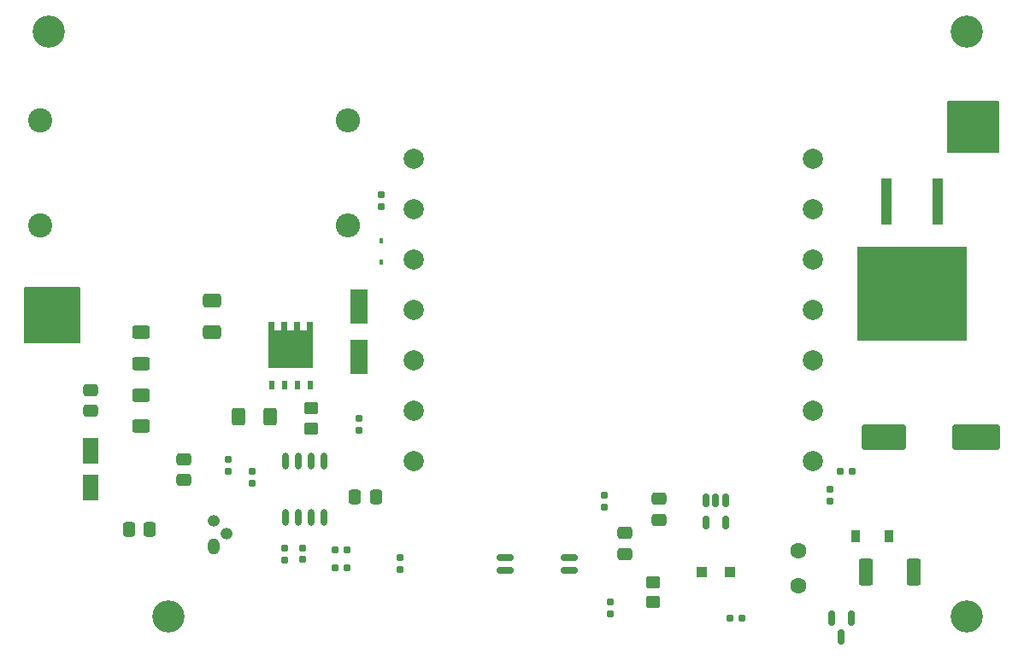
<source format=gbr>
%TF.GenerationSoftware,KiCad,Pcbnew,(6.0.9)*%
%TF.CreationDate,2023-06-16T09:03:50+03:00*%
%TF.ProjectId,pcb-design,7063622d-6465-4736-9967-6e2e6b696361,rev?*%
%TF.SameCoordinates,Original*%
%TF.FileFunction,Soldermask,Top*%
%TF.FilePolarity,Negative*%
%FSLAX46Y46*%
G04 Gerber Fmt 4.6, Leading zero omitted, Abs format (unit mm)*
G04 Created by KiCad (PCBNEW (6.0.9)) date 2023-06-16 09:03:50*
%MOMM*%
%LPD*%
G01*
G04 APERTURE LIST*
G04 Aperture macros list*
%AMRoundRect*
0 Rectangle with rounded corners*
0 $1 Rounding radius*
0 $2 $3 $4 $5 $6 $7 $8 $9 X,Y pos of 4 corners*
0 Add a 4 corners polygon primitive as box body*
4,1,4,$2,$3,$4,$5,$6,$7,$8,$9,$2,$3,0*
0 Add four circle primitives for the rounded corners*
1,1,$1+$1,$2,$3*
1,1,$1+$1,$4,$5*
1,1,$1+$1,$6,$7*
1,1,$1+$1,$8,$9*
0 Add four rect primitives between the rounded corners*
20,1,$1+$1,$2,$3,$4,$5,0*
20,1,$1+$1,$4,$5,$6,$7,0*
20,1,$1+$1,$6,$7,$8,$9,0*
20,1,$1+$1,$8,$9,$2,$3,0*%
%AMFreePoly0*
4,1,17,2.675000,1.605000,1.875000,1.605000,1.875000,0.935000,2.675000,0.935000,2.675000,0.335000,1.875000,0.335000,1.875000,-0.335000,2.675000,-0.335000,2.675000,-0.935000,1.875000,-0.935000,1.875000,-1.605000,2.675000,-1.605000,2.675000,-2.205000,-1.875000,-2.205000,-1.875000,2.205000,2.675000,2.205000,2.675000,1.605000,2.675000,1.605000,$1*%
G04 Aperture macros list end*
%ADD10C,0.150000*%
%ADD11RoundRect,0.160000X-0.197500X-0.160000X0.197500X-0.160000X0.197500X0.160000X-0.197500X0.160000X0*%
%ADD12R,1.800000X3.500000*%
%ADD13RoundRect,0.160000X0.160000X-0.197500X0.160000X0.197500X-0.160000X0.197500X-0.160000X-0.197500X0*%
%ADD14R,0.450000X0.600000*%
%ADD15RoundRect,0.250000X0.337500X0.475000X-0.337500X0.475000X-0.337500X-0.475000X0.337500X-0.475000X0*%
%ADD16RoundRect,0.250000X-0.550000X1.050000X-0.550000X-1.050000X0.550000X-1.050000X0.550000X1.050000X0*%
%ADD17C,2.400000*%
%ADD18O,2.400000X2.400000*%
%ADD19RoundRect,0.250000X-0.625000X0.400000X-0.625000X-0.400000X0.625000X-0.400000X0.625000X0.400000X0*%
%ADD20RoundRect,0.250000X-0.475000X0.337500X-0.475000X-0.337500X0.475000X-0.337500X0.475000X0.337500X0*%
%ADD21RoundRect,0.250000X-0.400000X-0.625000X0.400000X-0.625000X0.400000X0.625000X-0.400000X0.625000X0*%
%ADD22C,1.600000*%
%ADD23RoundRect,0.250000X-0.450000X0.350000X-0.450000X-0.350000X0.450000X-0.350000X0.450000X0.350000X0*%
%ADD24O,0.650001X1.649999*%
%ADD25R,1.100000X1.100000*%
%ADD26RoundRect,0.150000X-0.150000X0.587500X-0.150000X-0.587500X0.150000X-0.587500X0.150000X0.587500X0*%
%ADD27C,3.200000*%
%ADD28C,2.000000*%
%ADD29RoundRect,0.150000X-0.150000X0.512500X-0.150000X-0.512500X0.150000X-0.512500X0.150000X0.512500X0*%
%ADD30RoundRect,0.250000X0.475000X-0.337500X0.475000X0.337500X-0.475000X0.337500X-0.475000X-0.337500X0*%
%ADD31RoundRect,0.250000X2.125000X1.000000X-2.125000X1.000000X-2.125000X-1.000000X2.125000X-1.000000X0*%
%ADD32RoundRect,0.250000X1.950000X1.000000X-1.950000X1.000000X-1.950000X-1.000000X1.950000X-1.000000X0*%
%ADD33O,1.200000X1.600000*%
%ADD34O,1.200000X1.200000*%
%ADD35R,10.800000X9.400000*%
%ADD36R,1.100000X4.600000*%
%ADD37R,0.900000X1.200000*%
%ADD38RoundRect,0.155000X0.155000X-0.212500X0.155000X0.212500X-0.155000X0.212500X-0.155000X-0.212500X0*%
%ADD39RoundRect,0.250000X0.450000X-0.350000X0.450000X0.350000X-0.450000X0.350000X-0.450000X-0.350000X0*%
%ADD40RoundRect,0.150000X0.662500X0.150000X-0.662500X0.150000X-0.662500X-0.150000X0.662500X-0.150000X0*%
%ADD41RoundRect,0.155000X-0.155000X0.212500X-0.155000X-0.212500X0.155000X-0.212500X0.155000X0.212500X0*%
%ADD42RoundRect,0.250000X-0.650000X0.412500X-0.650000X-0.412500X0.650000X-0.412500X0.650000X0.412500X0*%
%ADD43FreePoly0,90.000000*%
%ADD44R,0.500000X0.850000*%
%ADD45RoundRect,0.249999X0.450001X1.075001X-0.450001X1.075001X-0.450001X-1.075001X0.450001X-1.075001X0*%
G04 APERTURE END LIST*
D10*
X165100000Y-64000000D02*
X160100000Y-64000000D01*
X160100000Y-64000000D02*
X160100000Y-59000000D01*
X160100000Y-59000000D02*
X165100000Y-59000000D01*
X165100000Y-59000000D02*
X165100000Y-64000000D01*
G36*
X165100000Y-64000000D02*
G01*
X160100000Y-64000000D01*
X160100000Y-59000000D01*
X165100000Y-59000000D01*
X165100000Y-64000000D01*
G37*
X68700000Y-77400000D02*
X74100000Y-77400000D01*
X74100000Y-77400000D02*
X74100000Y-82800000D01*
X74100000Y-82800000D02*
X68700000Y-82800000D01*
X68700000Y-82800000D02*
X68700000Y-77400000D01*
G36*
X68700000Y-77400000D02*
G01*
X74100000Y-77400000D01*
X74100000Y-82800000D01*
X68700000Y-82800000D01*
X68700000Y-77400000D01*
G37*
D11*
%TO.C,R13*%
X99397500Y-103400000D03*
X100592500Y-103400000D03*
%TD*%
D12*
%TO.C,Daux1*%
X101800000Y-84300000D03*
X101800000Y-79300000D03*
%TD*%
D13*
%TO.C,Rcs1*%
X88800000Y-95597500D03*
X88800000Y-94402500D03*
%TD*%
%TO.C,Rt1*%
X105800000Y-105397500D03*
X105800000Y-104202500D03*
%TD*%
D14*
%TO.C,Dsnub1*%
X104000000Y-72750000D03*
X104000000Y-74850000D03*
%TD*%
D11*
%TO.C,R21*%
X138502500Y-110200000D03*
X139697500Y-110200000D03*
%TD*%
D15*
%TO.C,Cref1*%
X103437500Y-98200000D03*
X101362500Y-98200000D03*
%TD*%
D16*
%TO.C,Cvcc1*%
X75200000Y-93600000D03*
X75200000Y-97200000D03*
%TD*%
D13*
%TO.C,Rled1*%
X126700000Y-109797500D03*
X126700000Y-108602500D03*
%TD*%
D17*
%TO.C,Rsnub1*%
X70155000Y-60800000D03*
D18*
X100635000Y-60800000D03*
%TD*%
D19*
%TO.C,Rstartup1*%
X80200000Y-81850000D03*
X80200000Y-84950000D03*
%TD*%
D20*
%TO.C,C23*%
X128100000Y-101725000D03*
X128100000Y-103800000D03*
%TD*%
D21*
%TO.C,Rsns1*%
X89850000Y-90200000D03*
X92950000Y-90200000D03*
%TD*%
D22*
%TO.C,C21*%
X145250000Y-107000000D03*
X145250000Y-103500000D03*
%TD*%
D23*
%TO.C,Rbias1*%
X130900000Y-106600000D03*
X130900000Y-108600000D03*
%TD*%
D24*
%TO.C,U1*%
X94495000Y-100225001D03*
X95765000Y-100225001D03*
X97035000Y-100225001D03*
X98305000Y-100225001D03*
X98305000Y-94575002D03*
X97035000Y-94575002D03*
X95765000Y-94575002D03*
X94495000Y-94575002D03*
%TD*%
D25*
%TO.C,D21*%
X138500000Y-105600000D03*
X135700000Y-105600000D03*
%TD*%
D26*
%TO.C,Q1*%
X150500000Y-110162500D03*
X148600000Y-110162500D03*
X149550000Y-112037500D03*
%TD*%
D13*
%TO.C,R11*%
X94400000Y-104397500D03*
X94400000Y-103202500D03*
%TD*%
D27*
%TO.C,H2*%
X71000000Y-52000000D03*
%TD*%
D28*
%TO.C,T1*%
X107200000Y-64600000D03*
X107200000Y-69600000D03*
X107200000Y-74600000D03*
X107200000Y-79600000D03*
X107200000Y-84600000D03*
X107200000Y-89600000D03*
X107200000Y-94600000D03*
X146700000Y-64600000D03*
X146700000Y-69600000D03*
X146700000Y-74600000D03*
X146700000Y-79600000D03*
X146700000Y-84600000D03*
X146700000Y-89600000D03*
X146700000Y-94600000D03*
%TD*%
D29*
%TO.C,VR1*%
X138050000Y-98462500D03*
X137100000Y-98462500D03*
X136150000Y-98462500D03*
X136150000Y-100737500D03*
X138050000Y-100737500D03*
%TD*%
D17*
%TO.C,Rsnub2*%
X70155000Y-71200000D03*
D18*
X100635000Y-71200000D03*
%TD*%
D27*
%TO.C,H4*%
X162000000Y-52000000D03*
%TD*%
D30*
%TO.C,C12*%
X75200000Y-89637500D03*
X75200000Y-87562500D03*
%TD*%
D20*
%TO.C,C22*%
X131500000Y-98362500D03*
X131500000Y-100437500D03*
%TD*%
D31*
%TO.C,Cout1*%
X162875000Y-92200000D03*
D32*
X153750000Y-92200000D03*
%TD*%
D27*
%TO.C,H3*%
X82900000Y-110000000D03*
%TD*%
D13*
%TO.C,R22*%
X126100000Y-99197500D03*
X126100000Y-98002500D03*
%TD*%
%TO.C,Raux1*%
X101800000Y-91597500D03*
X101800000Y-90402500D03*
%TD*%
D33*
%TO.C,Qsc1*%
X87384725Y-103085276D03*
D34*
X88654725Y-101815276D03*
X87384725Y-100545276D03*
%TD*%
D35*
%TO.C,Dsec1*%
X156575000Y-78025000D03*
D36*
X159115000Y-68875000D03*
X154035000Y-68875000D03*
%TD*%
D15*
%TO.C,Ct1*%
X81037500Y-101400000D03*
X78962500Y-101400000D03*
%TD*%
D11*
%TO.C,Rfbt1*%
X149405000Y-95600000D03*
X150600000Y-95600000D03*
%TD*%
D37*
%TO.C,Dz1*%
X150950000Y-102100000D03*
X154250000Y-102100000D03*
%TD*%
D11*
%TO.C,R12*%
X99405000Y-105200000D03*
X100600000Y-105200000D03*
%TD*%
D38*
%TO.C,C13*%
X96200000Y-104367500D03*
X96200000Y-103232500D03*
%TD*%
D39*
%TO.C,Rdrv1*%
X97000000Y-91400000D03*
X97000000Y-89400000D03*
%TD*%
D40*
%TO.C,O1*%
X122600000Y-105470000D03*
X122600000Y-104200000D03*
X116225000Y-104200000D03*
X116225000Y-105470000D03*
%TD*%
D27*
%TO.C,H1*%
X162000000Y-110000000D03*
%TD*%
D41*
%TO.C,Csnub1*%
X104000000Y-68232500D03*
X104000000Y-69367500D03*
%TD*%
D13*
%TO.C,Rfbb1*%
X148400000Y-98600000D03*
X148400000Y-97405000D03*
%TD*%
D19*
%TO.C,Rstartup2*%
X80200000Y-88050000D03*
X80200000Y-91150000D03*
%TD*%
D42*
%TO.C,Cin1*%
X87200000Y-78675000D03*
X87200000Y-81800000D03*
%TD*%
D30*
%TO.C,Ccs1*%
X84400000Y-96475000D03*
X84400000Y-94400000D03*
%TD*%
D43*
%TO.C,M1*%
X95000000Y-83550000D03*
D44*
X93095000Y-87100000D03*
X94365000Y-87100000D03*
X95635000Y-87100000D03*
X96905000Y-87100000D03*
%TD*%
D45*
%TO.C,Rz1*%
X156750000Y-105650000D03*
X151950000Y-105650000D03*
%TD*%
D13*
%TO.C,Rsc1*%
X91200000Y-96797500D03*
X91200000Y-95602500D03*
%TD*%
M02*

</source>
